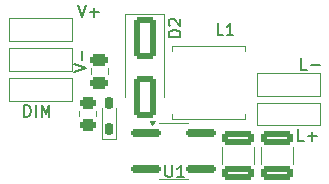
<source format=gbr>
%TF.GenerationSoftware,KiCad,Pcbnew,8.0.2-8.0.2-0~ubuntu22.04.1*%
%TF.CreationDate,2024-06-21T12:27:00+02:00*%
%TF.ProjectId,PT4115-Miniboard,50543431-3135-42d4-9d69-6e69626f6172,rev?*%
%TF.SameCoordinates,Original*%
%TF.FileFunction,Legend,Top*%
%TF.FilePolarity,Positive*%
%FSLAX46Y46*%
G04 Gerber Fmt 4.6, Leading zero omitted, Abs format (unit mm)*
G04 Created by KiCad (PCBNEW 8.0.2-8.0.2-0~ubuntu22.04.1) date 2024-06-21 12:27:00*
%MOMM*%
%LPD*%
G01*
G04 APERTURE LIST*
G04 Aperture macros list*
%AMRoundRect*
0 Rectangle with rounded corners*
0 $1 Rounding radius*
0 $2 $3 $4 $5 $6 $7 $8 $9 X,Y pos of 4 corners*
0 Add a 4 corners polygon primitive as box body*
4,1,4,$2,$3,$4,$5,$6,$7,$8,$9,$2,$3,0*
0 Add four circle primitives for the rounded corners*
1,1,$1+$1,$2,$3*
1,1,$1+$1,$4,$5*
1,1,$1+$1,$6,$7*
1,1,$1+$1,$8,$9*
0 Add four rect primitives between the rounded corners*
20,1,$1+$1,$2,$3,$4,$5,0*
20,1,$1+$1,$4,$5,$6,$7,0*
20,1,$1+$1,$6,$7,$8,$9,0*
20,1,$1+$1,$8,$9,$2,$3,0*%
%AMFreePoly0*
4,1,13,0.900000,0.500000,3.600000,0.500000,3.600000,-0.500000,0.900000,-0.500000,0.400000,-1.000000,-0.400000,-1.000000,-0.900000,-0.500000,-3.600000,-0.500000,-3.600000,0.500000,-0.900000,0.500000,-0.400000,1.000000,0.400000,1.000000,0.900000,0.500000,0.900000,0.500000,$1*%
G04 Aperture macros list end*
%ADD10C,0.150000*%
%ADD11C,0.200000*%
%ADD12C,0.120000*%
%ADD13R,5.000000X1.300000*%
%ADD14RoundRect,0.175000X-1.075000X-0.175000X1.075000X-0.175000X1.075000X0.175000X-1.075000X0.175000X0*%
%ADD15FreePoly0,0.000000*%
%ADD16C,3.200000*%
%ADD17RoundRect,0.250000X-1.075000X0.312500X-1.075000X-0.312500X1.075000X-0.312500X1.075000X0.312500X0*%
%ADD18R,2.350000X5.100000*%
%ADD19RoundRect,0.150000X0.150000X-0.400000X0.150000X0.400000X-0.150000X0.400000X-0.150000X-0.400000X0*%
%ADD20RoundRect,0.250000X-0.650000X1.500000X-0.650000X-1.500000X0.650000X-1.500000X0.650000X1.500000X0*%
%ADD21RoundRect,0.250000X0.475000X-0.250000X0.475000X0.250000X-0.475000X0.250000X-0.475000X-0.250000X0*%
%ADD22RoundRect,0.250000X0.450000X-0.262500X0.450000X0.262500X-0.450000X0.262500X-0.450000X-0.262500X0*%
G04 APERTURE END LIST*
D10*
X156312969Y-106369819D02*
X155836779Y-106369819D01*
X155836779Y-106369819D02*
X155836779Y-105369819D01*
X156646303Y-105988866D02*
X157408208Y-105988866D01*
D11*
X132369673Y-110367219D02*
X132369673Y-109367219D01*
X132369673Y-109367219D02*
X132607768Y-109367219D01*
X132607768Y-109367219D02*
X132750625Y-109414838D01*
X132750625Y-109414838D02*
X132845863Y-109510076D01*
X132845863Y-109510076D02*
X132893482Y-109605314D01*
X132893482Y-109605314D02*
X132941101Y-109795790D01*
X132941101Y-109795790D02*
X132941101Y-109938647D01*
X132941101Y-109938647D02*
X132893482Y-110129123D01*
X132893482Y-110129123D02*
X132845863Y-110224361D01*
X132845863Y-110224361D02*
X132750625Y-110319600D01*
X132750625Y-110319600D02*
X132607768Y-110367219D01*
X132607768Y-110367219D02*
X132369673Y-110367219D01*
X133369673Y-110367219D02*
X133369673Y-109367219D01*
X133845863Y-110367219D02*
X133845863Y-109367219D01*
X133845863Y-109367219D02*
X134179196Y-110081504D01*
X134179196Y-110081504D02*
X134512529Y-109367219D01*
X134512529Y-109367219D02*
X134512529Y-110367219D01*
D10*
X156062969Y-112369819D02*
X155586779Y-112369819D01*
X155586779Y-112369819D02*
X155586779Y-111369819D01*
X156396303Y-111988866D02*
X157158208Y-111988866D01*
X156777255Y-112369819D02*
X156777255Y-111607914D01*
X136943922Y-100869819D02*
X137277255Y-101869819D01*
X137277255Y-101869819D02*
X137610588Y-100869819D01*
X137943922Y-101488866D02*
X138705827Y-101488866D01*
X138324874Y-101869819D02*
X138324874Y-101107914D01*
D11*
X136617219Y-106523183D02*
X137617219Y-106189850D01*
X137617219Y-106189850D02*
X136617219Y-105856517D01*
X137236266Y-105523183D02*
X137236266Y-104761279D01*
D10*
X144338095Y-114454819D02*
X144338095Y-115264342D01*
X144338095Y-115264342D02*
X144385714Y-115359580D01*
X144385714Y-115359580D02*
X144433333Y-115407200D01*
X144433333Y-115407200D02*
X144528571Y-115454819D01*
X144528571Y-115454819D02*
X144719047Y-115454819D01*
X144719047Y-115454819D02*
X144814285Y-115407200D01*
X144814285Y-115407200D02*
X144861904Y-115359580D01*
X144861904Y-115359580D02*
X144909523Y-115264342D01*
X144909523Y-115264342D02*
X144909523Y-114454819D01*
X145909523Y-115454819D02*
X145338095Y-115454819D01*
X145623809Y-115454819D02*
X145623809Y-114454819D01*
X145623809Y-114454819D02*
X145528571Y-114597676D01*
X145528571Y-114597676D02*
X145433333Y-114692914D01*
X145433333Y-114692914D02*
X145338095Y-114740533D01*
X149233333Y-103434819D02*
X148757143Y-103434819D01*
X148757143Y-103434819D02*
X148757143Y-102434819D01*
X150090476Y-103434819D02*
X149519048Y-103434819D01*
X149804762Y-103434819D02*
X149804762Y-102434819D01*
X149804762Y-102434819D02*
X149709524Y-102577676D01*
X149709524Y-102577676D02*
X149614286Y-102672914D01*
X149614286Y-102672914D02*
X149519048Y-102720533D01*
X145604819Y-103588094D02*
X144604819Y-103588094D01*
X144604819Y-103588094D02*
X144604819Y-103349999D01*
X144604819Y-103349999D02*
X144652438Y-103207142D01*
X144652438Y-103207142D02*
X144747676Y-103111904D01*
X144747676Y-103111904D02*
X144842914Y-103064285D01*
X144842914Y-103064285D02*
X145033390Y-103016666D01*
X145033390Y-103016666D02*
X145176247Y-103016666D01*
X145176247Y-103016666D02*
X145366723Y-103064285D01*
X145366723Y-103064285D02*
X145461961Y-103111904D01*
X145461961Y-103111904D02*
X145557200Y-103207142D01*
X145557200Y-103207142D02*
X145604819Y-103349999D01*
X145604819Y-103349999D02*
X145604819Y-103588094D01*
X144700057Y-102635713D02*
X144652438Y-102588094D01*
X144652438Y-102588094D02*
X144604819Y-102492856D01*
X144604819Y-102492856D02*
X144604819Y-102254761D01*
X144604819Y-102254761D02*
X144652438Y-102159523D01*
X144652438Y-102159523D02*
X144700057Y-102111904D01*
X144700057Y-102111904D02*
X144795295Y-102064285D01*
X144795295Y-102064285D02*
X144890533Y-102064285D01*
X144890533Y-102064285D02*
X145033390Y-102111904D01*
X145033390Y-102111904D02*
X145604819Y-102683332D01*
X145604819Y-102683332D02*
X145604819Y-102064285D01*
D12*
%TO.C,J5*%
X131050000Y-107090000D02*
X136450000Y-107090000D01*
X131050000Y-108990000D02*
X131050000Y-107090000D01*
X136450000Y-107090000D02*
X136450000Y-108990000D01*
X136450000Y-108990000D02*
X131050000Y-108990000D01*
%TO.C,U1*%
X143750000Y-110890000D02*
X146250000Y-110890000D01*
X146250000Y-115610000D02*
X143750000Y-115610000D01*
X143230000Y-111040000D02*
X142990000Y-110710000D01*
X143470000Y-110710000D01*
X143230000Y-111040000D01*
G36*
X143230000Y-111040000D02*
G01*
X142990000Y-110710000D01*
X143470000Y-110710000D01*
X143230000Y-111040000D01*
G37*
%TO.C,J6*%
X131050000Y-102010000D02*
X136450000Y-102010000D01*
X131050000Y-103910000D02*
X131050000Y-102010000D01*
X136450000Y-102010000D02*
X136450000Y-103910000D01*
X136450000Y-103910000D02*
X131050000Y-103910000D01*
%TO.C,J4*%
X131050000Y-104550000D02*
X136450000Y-104550000D01*
X131050000Y-106450000D02*
X131050000Y-104550000D01*
X136450000Y-104550000D02*
X136450000Y-106450000D01*
X136450000Y-106450000D02*
X131050000Y-106450000D01*
%TO.C,R2*%
X152395000Y-112926263D02*
X152395000Y-114373737D01*
X155105000Y-112926263D02*
X155105000Y-114373737D01*
%TO.C,J2*%
X152050000Y-106650000D02*
X157450000Y-106650000D01*
X152050000Y-108550000D02*
X152050000Y-106650000D01*
X157450000Y-106650000D02*
X157450000Y-108550000D01*
X157450000Y-108550000D02*
X152050000Y-108550000D01*
%TO.C,L1*%
X144900000Y-104350000D02*
X144900000Y-104800000D01*
X144900000Y-104350000D02*
X151100000Y-104350000D01*
X144900000Y-110550000D02*
X144900000Y-110100000D01*
X151100000Y-104350000D02*
X151100000Y-104800000D01*
X151100000Y-110550000D02*
X144900000Y-110550000D01*
X151100000Y-110550000D02*
X151100000Y-110100000D01*
%TO.C,D1*%
X138990000Y-112210000D02*
X138990000Y-109600000D01*
X139000000Y-112210000D02*
X140100000Y-112210000D01*
X140110000Y-112210000D02*
X140110000Y-109600000D01*
%TO.C,R1*%
X149145000Y-112926263D02*
X149145000Y-114373737D01*
X151855000Y-112926263D02*
X151855000Y-114373737D01*
%TO.C,J3*%
X152050000Y-109150000D02*
X157450000Y-109150000D01*
X152050000Y-111050000D02*
X152050000Y-109150000D01*
X157450000Y-109150000D02*
X157450000Y-111050000D01*
X157450000Y-111050000D02*
X152050000Y-111050000D01*
%TO.C,D2*%
X140950000Y-101690000D02*
X140950000Y-108700000D01*
X144250000Y-101690000D02*
X140950000Y-101690000D01*
X144250000Y-101690000D02*
X144250000Y-108700000D01*
%TO.C,C1*%
X138015000Y-106761252D02*
X138015000Y-106238748D01*
X139485000Y-106761252D02*
X139485000Y-106238748D01*
%TO.C,R3*%
X137015000Y-110327064D02*
X137015000Y-109872936D01*
X138485000Y-110327064D02*
X138485000Y-109872936D01*
%TD*%
%LPC*%
D13*
%TO.C,J5*%
X133750000Y-108040000D03*
%TD*%
D14*
%TO.C,U1*%
X142650000Y-111750000D03*
D15*
X145000000Y-113250000D03*
D14*
X142650000Y-114750000D03*
X147350000Y-114750000D03*
X147350000Y-111750000D03*
%TD*%
D13*
%TO.C,J6*%
X133750000Y-102960000D03*
%TD*%
%TO.C,J4*%
X133750000Y-105500000D03*
%TD*%
D16*
%TO.C,H2*%
X154750000Y-103250000D03*
%TD*%
D17*
%TO.C,R2*%
X153750000Y-112187500D03*
X153750000Y-115112500D03*
%TD*%
D13*
%TO.C,J2*%
X154750000Y-107600000D03*
%TD*%
D18*
%TO.C,L1*%
X150500000Y-107450000D03*
X145500000Y-107450000D03*
%TD*%
D19*
%TO.C,D1*%
X139550000Y-111400000D03*
X139550000Y-109200000D03*
%TD*%
D17*
%TO.C,R1*%
X150500000Y-112187500D03*
X150500000Y-115112500D03*
%TD*%
D13*
%TO.C,J3*%
X154750000Y-110100000D03*
%TD*%
D20*
%TO.C,D2*%
X142600000Y-103700000D03*
X142600000Y-108700000D03*
%TD*%
D21*
%TO.C,C1*%
X138750000Y-107450000D03*
X138750000Y-105550000D03*
%TD*%
D16*
%TO.C,H1*%
X133850000Y-113100000D03*
%TD*%
D22*
%TO.C,R3*%
X137750000Y-111012500D03*
X137750000Y-109187500D03*
%TD*%
%LPD*%
M02*

</source>
